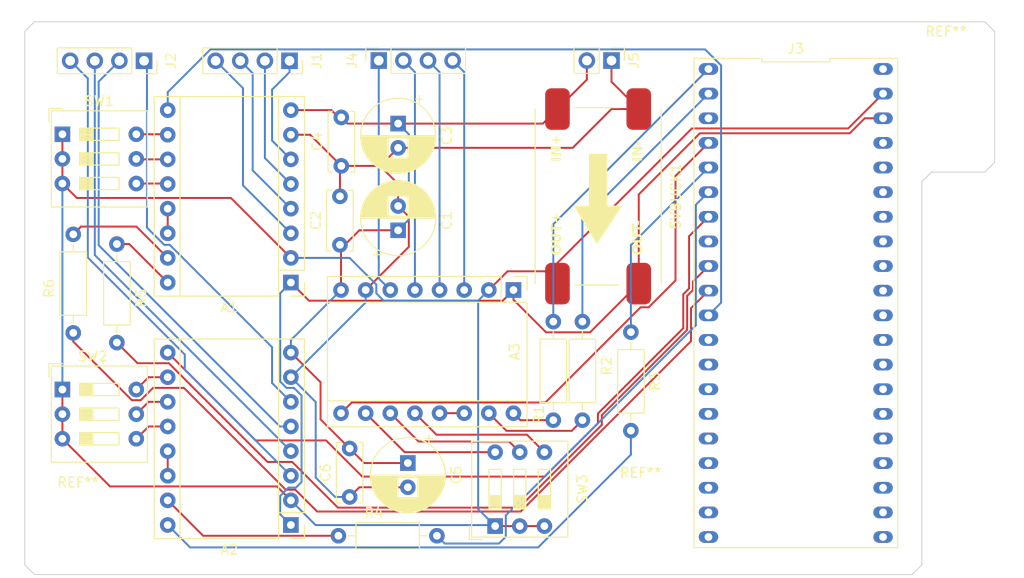
<source format=kicad_pcb>
(kicad_pcb (version 20240108) (generator "pcbnew") (generator_version "8.0")
  (layers (0 "F.Cu" signal) (31 "B.Cu" signal) (34 "B.Paste" user) (35 "F.Paste" user) (36 "B.SilkS" user "B.Silkscreen") (37 "F.SilkS" user "F.Silkscreen") (38 "B.Mask" user) (39 "F.Mask" user) (44 "Edge.Cuts" user))
  (net 0 "")
  (net 1 "5VGND")
  (net 2 "5V")
  (net 3 "12VGND")
  (net 4 "12V")
  (net 5 "unconnected-(A1-~{RESET}-Pad13)")
  (net 6 "Net-(A1-MS1)")
  (net 7 "Net-(A1-1B)")
  (net 8 "Net-(A1-MS2)")
  (net 9 "Net-(A1-STEP)")
  (net 10 "Net-(A1-2A)")
  (net 11 "Net-(A1-2B)")
  (net 12 "Net-(A1-1A)")
  (net 13 "Net-(A1-MS3)")
  (net 14 "Net-(A1-DIR)")
  (net 15 "Net-(A1-~{ENABLE})")
  (net 16 "Net-(A2-DIR)")
  (net 17 "unconnected-(A2-~{RESET}-Pad13)")
  (net 18 "Net-(A2-MS3)")
  (net 19 "Net-(A2-2A)")
  (net 20 "Net-(A2-~{ENABLE})")
  (net 21 "Net-(A2-STEP)")
  (net 22 "Net-(A2-MS2)")
  (net 23 "Net-(A2-2B)")
  (net 24 "Net-(A2-MS1)")
  (net 25 "Net-(A2-1A)")
  (net 26 "Net-(A2-1B)")
  (net 27 "unconnected-(A3-~{RESET}-Pad13)")
  (net 28 "Net-(A3-~{ENABLE})")
  (net 29 "Net-(A3-MS2)")
  (net 30 "Net-(A3-STEP)")
  (net 31 "Net-(A3-2A)")
  (net 32 "Net-(A3-MS3)")
  (net 33 "Net-(A3-2B)")
  (net 34 "Net-(A3-1A)")
  (net 35 "Net-(A3-MS1)")
  (net 36 "Net-(A3-DIR)")
  (net 37 "Net-(A3-1B)")
  (net 42 "Net-(J3-Pin_9)")
  (net 43 "Net-(J3-Pin_10)")
  (net 47 "Net-(J3-Pin_1)")
  (net 57 "Net-(J3-Pin_5)")
  (net 58 "Net-(J3-Pin_2)")
  (net 65 "Net-(J3-Pin_6)")
  (footprint "Capacitor_THT:CP_Radial_D7.5mm_P2.50mm" (layer "F.Cu") (at 119 74.5 -90)
    (property "Reference" "C3" (at 1.25 -5 90) (layer "F.SilkS"))
    (property "Value" "C_Polarized_Small")
    (pad "1" thru_hole rect (at 0 0 270) (size 1.6 1.6) (drill 0.8) (layers "*.Cu" "*.Mask") (net 4 "12V"))
    (pad "2" thru_hole circle (at 2.5 0 270) (size 1.6 1.6) (drill 0.8) (layers "*.Cu" "*.Mask") (net 3 "12VGND"))
  )
  (footprint "Connector_PinHeader_2.54mm:PinHeader_1x02_P2.54mm_Vertical" (layer "F.Cu") (at 141 68 -90)
    (property "Reference" "J5" (at 0 -2.33 90) (layer "F.SilkS"))
    (property "Value" "Conn_01x02_Pin")
    (pad "1" thru_hole rect (at 0 0 270) (size 1.7 1.7) (drill 1) (layers "*.Cu" "*.Mask") (net 3 "12VGND"))
    (pad "2" thru_hole oval (at 0 2.54 270) (size 1.7 1.7) (drill 1) (layers "*.Cu" "*.Mask") (net 4 "12V"))
  )
  (footprint "Capacitor_THT:CP_Radial_D7.5mm_P2.50mm" (layer "F.Cu") (at 120 109.5 -90)
    (property "Reference" "C5" (at 1.25 -5 90) (layer "F.SilkS"))
    (property "Value" "C_Polarized_Small")
    (pad "1" thru_hole rect (at 0 0 270) (size 1.6 1.6) (drill 0.8) (layers "*.Cu" "*.Mask") (net 4 "12V"))
    (pad "2" thru_hole circle (at 2.5 0 270) (size 1.6 1.6) (drill 0.8) (layers "*.Cu" "*.Mask") (net 3 "12VGND"))
  )
  (footprint "Connector_PinSocket_2.54mm:PinSocket_1x04_P2.54mm_Vertical" (layer "F.Cu") (at 117 68 90)
    (property "Reference" "J4" (at 0 -2.77 90) (layer "F.SilkS"))
    (property "Value" "Conn_01x04_Pin")
    (pad "1" thru_hole rect (at 0 0 90) (size 1.7 1.7) (drill 1) (layers "*.Cu" "*.Mask") (net 33 "Net-(A3-2B)"))
    (pad "2" thru_hole oval (at 0 2.54 90) (size 1.7 1.7) (drill 1) (layers "*.Cu" "*.Mask") (net 31 "Net-(A3-2A)"))
    (pad "3" thru_hole oval (at 0 5.08 90) (size 1.7 1.7) (drill 1) (layers "*.Cu" "*.Mask") (net 34 "Net-(A3-1A)"))
    (pad "4" thru_hole oval (at 0 7.62 90) (size 1.7 1.7) (drill 1) (layers "*.Cu" "*.Mask") (net 37 "Net-(A3-1B)"))
  )
  (footprint "Resistor_THT:R_Axial_DIN0207_L6.3mm_D2.5mm_P10.16mm_Horizontal" (layer "F.Cu") (at 135 105.08 90)
    (property "Reference" "R1" (at 0.58 -1.5 90) (layer "F.SilkS"))
    (property "Value" "R_Small")
    (pad "1" thru_hole circle (at 0 0 90) (size 1.6 1.6) (drill 0.8) (layers "*.Cu" "*.Mask") (net 36 "Net-(A3-DIR)"))
    (pad "2" thru_hole oval (at 10.16 0 90) (size 1.6 1.6) (drill 0.8) (layers "*.Cu" "*.Mask") (net 47 "Net-(J3-Pin_1)"))
  )
  (footprint "Connector_PinSocket_2.54mm:PinSocket_1x04_P2.54mm_Vertical" (layer "F.Cu") (at 107.8 68.025 -90)
    (property "Reference" "J1" (at 0 -2.77 90) (layer "F.SilkS"))
    (property "Value" "Conn_01x04_Pin")
    (pad "1" thru_hole rect (at 0 0 270) (size 1.7 1.7) (drill 1) (layers "*.Cu" "*.Mask") (net 11 "Net-(A1-2B)"))
    (pad "2" thru_hole oval (at 0 2.54 270) (size 1.7 1.7) (drill 1) (layers "*.Cu" "*.Mask") (net 10 "Net-(A1-2A)"))
    (pad "3" thru_hole oval (at 0 5.08 270) (size 1.7 1.7) (drill 1) (layers "*.Cu" "*.Mask") (net 12 "Net-(A1-1A)"))
    (pad "4" thru_hole oval (at 0 7.62 270) (size 1.7 1.7) (drill 1) (layers "*.Cu" "*.Mask") (net 7 "Net-(A1-1B)"))
  )
  (footprint "Resistor_THT:R_Axial_DIN0207_L6.3mm_D2.5mm_P10.16mm_Horizontal" (layer "F.Cu") (at 138 105.08 90)
    (property "Reference" "R2" (at 5.58 2.5 90) (layer "F.SilkS"))
    (property "Value" "R_Small")
    (pad "1" thru_hole circle (at 0 0 90) (size 1.6 1.6) (drill 0.8) (layers "*.Cu" "*.Mask") (net 30 "Net-(A3-STEP)"))
    (pad "2" thru_hole oval (at 10.16 0 90) (size 1.6 1.6) (drill 0.8) (layers "*.Cu" "*.Mask") (net 58 "Net-(J3-Pin_2)"))
  )
  (footprint "Capacitor_THT:C_Disc_D6.0mm_W2.5mm_P5.00mm" (layer "F.Cu") (at 114 113 90)
    (property "Reference" "C6" (at 2.5 -2.5 90) (layer "F.SilkS"))
    (property "Value" "C_Small")
    (pad "1" thru_hole circle (at 0 0 90) (size 1.6 1.6) (drill 0.8) (layers "*.Cu" "*.Mask") (net 3 "12VGND"))
    (pad "2" thru_hole circle (at 5 0 90) (size 1.6 1.6) (drill 0.8) (layers "*.Cu" "*.Mask") (net 4 "12V"))
  )
  (footprint "MountingHole:MountingHole_3.5mm" (layer "F.Cu") (at 86 116)
    (property "Reference" "REF**" (at 0 -4.5 0) (layer "F.SilkS"))
    (property "Value" "MountingHole_3.5mm")
    (pad "" np_thru_hole circle (at 0 0) (size 3.5 3.5) (drill 3.5) (layers "*.Cu" "*.Mask"))
  )
  (footprint "Resistor_THT:R_Axial_DIN0207_L6.3mm_D2.5mm_P10.16mm_Horizontal" (layer "F.Cu") (at 112.84 117)
    (property "Reference" "R4" (at 3.66 -2.37 0) (layer "F.SilkS"))
    (property "Value" "R_Small")
    (pad "1" thru_hole circle (at 0 0) (size 1.6 1.6) (drill 0.8) (layers "*.Cu" "*.Mask") (net 21 "Net-(A2-STEP)"))
    (pad "2" thru_hole oval (at 10.16 0) (size 1.6 1.6) (drill 0.8) (layers "*.Cu" "*.Mask") (net 65 "Net-(J3-Pin_6)"))
  )
  (footprint "Connector_PinSocket_2.54mm:PinSocket_1x04_P2.54mm_Vertical" (layer "F.Cu") (at 92.8 68.025 -90)
    (property "Reference" "J2" (at 0 -2.77 90) (layer "F.SilkS"))
    (property "Value" "Conn_01x04_Pin")
    (pad "1" thru_hole rect (at 0 0 270) (size 1.7 1.7) (drill 1) (layers "*.Cu" "*.Mask") (net 23 "Net-(A2-2B)"))
    (pad "2" thru_hole oval (at 0 2.54 270) (size 1.7 1.7) (drill 1) (layers "*.Cu" "*.Mask") (net 19 "Net-(A2-2A)"))
    (pad "3" thru_hole oval (at 0 5.08 270) (size 1.7 1.7) (drill 1) (layers "*.Cu" "*.Mask") (net 25 "Net-(A2-1A)"))
    (pad "4" thru_hole oval (at 0 7.62 270) (size 1.7 1.7) (drill 1) (layers "*.Cu" "*.Mask") (net 26 "Net-(A2-1B)"))
  )
  (footprint "Resistor_THT:R_Axial_DIN0207_L6.3mm_D2.5mm_P10.16mm_Horizontal" (layer "F.Cu") (at 85.5 85.92 -90)
    (property "Reference" "R6" (at 5.58 2.5 90) (layer "F.SilkS"))
    (property "Value" "R_Small")
    (pad "1" thru_hole circle (at 0 0 270) (size 1.6 1.6) (drill 0.8) (layers "*.Cu" "*.Mask") (net 9 "Net-(A1-STEP)"))
    (pad "2" thru_hole oval (at 10.16 0 270) (size 1.6 1.6) (drill 0.8) (layers "*.Cu" "*.Mask") (net 43 "Net-(J3-Pin_10)"))
  )
  (footprint "Button_Switch_THT:SW_DIP_SPSTx03_Slide_9.78x9.8mm_W7.62mm_P2.54mm" (layer "F.Cu") (at 129 116 90)
    (property "Reference" "SW3" (at 3.81 9 90) (layer "F.SilkS"))
    (property "Value" "SW_DIP_x03")
    (pad "1" thru_hole rect (at 0 0 90) (size 1.6 1.6) (drill 0.8) (layers "*.Cu" "*.Mask") (net 2 "5V"))
    (pad "2" thru_hole oval (at 0 2.54 90) (size 1.6 1.6) (drill 0.8) (layers "*.Cu" "*.Mask") (net 2 "5V"))
    (pad "3" thru_hole oval (at 0 5.08 90) (size 1.6 1.6) (drill 0.8) (layers "*.Cu" "*.Mask") (net 2 "5V"))
    (pad "4" thru_hole oval (at 7.62 5.08 90) (size 1.6 1.6) (drill 0.8) (layers "*.Cu" "*.Mask") (net 32 "Net-(A3-MS3)"))
    (pad "5" thru_hole oval (at 7.62 2.54 90) (size 1.6 1.6) (drill 0.8) (layers "*.Cu" "*.Mask") (net 29 "Net-(A3-MS2)"))
    (pad "6" thru_hole oval (at 7.62 0 90) (size 1.6 1.6) (drill 0.8) (layers "*.Cu" "*.Mask") (net 35 "Net-(A3-MS1)"))
  )
  (footprint "Capacitor_THT:C_Disc_D6.0mm_W2.5mm_P5.00mm" (layer "F.Cu") (at 113.14 78.862789 90)
    (property "Reference" "C4" (at 2.5 -2.5 90) (layer "F.SilkS"))
    (property "Value" "C_Small")
    (pad "1" thru_hole circle (at 0 0 90) (size 1.6 1.6) (drill 0.8) (layers "*.Cu" "*.Mask") (net 3 "12VGND"))
    (pad "2" thru_hole circle (at 5 0 90) (size 1.6 1.6) (drill 0.8) (layers "*.Cu" "*.Mask") (net 4 "12V"))
  )
  (footprint "Resistor_THT:R_Axial_DIN0207_L6.3mm_D2.5mm_P10.16mm_Horizontal" (layer "F.Cu") (at 90 97.08 90)
    (property "Reference" "R5" (at 4.58 2.5 90) (layer "F.SilkS"))
    (property "Value" "R_Small")
    (pad "1" thru_hole circle (at 0 0 90) (size 1.6 1.6) (drill 0.8) (layers "*.Cu" "*.Mask") (net 42 "Net-(J3-Pin_9)"))
    (pad "2" thru_hole oval (at 10.16 0 90) (size 1.6 1.6) (drill 0.8) (layers "*.Cu" "*.Mask") (net 14 "Net-(A1-DIR)"))
  )
  (footprint "Connector:DIP-40_709_ELL socket W18Pins W21" (layer "F.Cu") (at 160 93 -90)
    (property "Reference" "J3" (at -26.23 0 0) (layer "F.SilkS"))
    (property "Value" "Conn_02x20_Counter_Clockwise")
    (pad "1" thru_hole oval (at -24.13 9 270) (size 1.2 2) (drill 0.8) (layers "*.Cu" "*.Mask") (net 47 "Net-(J3-Pin_1)"))
    (pad "2" thru_hole oval (at -21.59 9 270) (size 1.2 2) (drill 0.8) (layers "*.Cu" "*.Mask") (net 58 "Net-(J3-Pin_2)"))
    (pad "3" thru_hole oval (at -19.05 9 270) (size 1.2 2) (drill 0.8) (layers "*.Cu" "*.Mask"))
    (pad "4" thru_hole oval (at -16.51 9 270) (size 1.2 2) (drill 0.8) (layers "*.Cu" "*.Mask") (net 28 "Net-(A3-~{ENABLE})"))
    (pad "5" thru_hole oval (at -13.97 9 270) (size 1.2 2) (drill 0.8) (layers "*.Cu" "*.Mask") (net 57 "Net-(J3-Pin_5)"))
    (pad "6" thru_hole oval (at -11.43 9 270) (size 1.2 2) (drill 0.8) (layers "*.Cu" "*.Mask") (net 65 "Net-(J3-Pin_6)"))
    (pad "7" thru_hole oval (at -8.89 9 270) (size 1.2 2) (drill 0.8) (layers "*.Cu" "*.Mask") (net 20 "Net-(A2-~{ENABLE})"))
    (pad "8" thru_hole oval (at -6.35 9 270) (size 1.2 2) (drill 0.8) (layers "*.Cu" "*.Mask"))
    (pad "9" thru_hole oval (at -3.81 9 270) (size 1.2 2) (drill 0.8) (layers "*.Cu" "*.Mask") (net 42 "Net-(J3-Pin_9)"))
    (pad "10" thru_hole oval (at -1.27 9 270) (size 1.2 2) (drill 0.8) (layers "*.Cu" "*.Mask") (net 43 "Net-(J3-Pin_10)"))
    (pad "11" thru_hole oval (at 1.27 9 270) (size 1.2 2) (drill 0.8) (layers "*.Cu" "*.Mask") (net 15 "Net-(A1-~{ENABLE})"))
    (pad "12" thru_hole oval (at 3.81 9 270) (size 1.2 2) (drill 0.8) (layers "*.Cu" "*.Mask"))
    (pad "13" thru_hole oval (at 6.35 9 270) (size 1.2 2) (drill 0.8) (layers "*.Cu" "*.Mask"))
    (pad "14" thru_hole oval (at 8.89 9 270) (size 1.2 2) (drill 0.8) (layers "*.Cu" "*.Mask"))
    (pad "15" thru_hole oval (at 11.43 9 270) (size 1.2 2) (drill 0.8) (layers "*.Cu" "*.Mask"))
    (pad "16" thru_hole oval (at 13.97 9 270) (size 1.2 2) (drill 0.8) (layers "*.Cu" "*.Mask"))
    (pad "17" thru_hole oval (at 16.51 9 270) (size 1.2 2) (drill 0.8) (layers "*.Cu" "*.Mask"))
    (pad "18" thru_hole oval (at 19.05 9 270) (size 1.2 2) (drill 0.8) (layers "*.Cu" "*.Mask"))
    (pad "19" thru_hole oval (at 21.59 9 270) (size 1.2 2) (drill 0.8) (layers "*.Cu" "*.Mask"))
    (pad "20" thru_hole oval (at 24.13 9 270) (size 1.2 2) (drill 0.8) (layers "*.Cu" "*.Mask"))
    (pad "21" thru_hole oval (at 24.13 -9 270) (size 1.2 2) (drill 0.8) (layers "*.Cu" "*.Mask"))
    (pad "22" thru_hole oval (at 21.59 -9 270) (size 1.2 2) (drill 0.8) (layers "*.Cu" "*.Mask"))
    (pad "23" thru_hole oval (at 19.05 -9 270) (size 1.2 2) (drill 0.8) (layers "*.Cu" "*.Mask"))
    (pad "24" thru_hole oval (at 16.51 -9 270) (size 1.2 2) (drill 0.8) (layers "*.Cu" "*.Mask"))
    (pad "25" thru_hole oval (at 13.97 -9 270) (size 1.2 2) (drill 0.8) (layers "*.Cu" "*.Mask"))
    (pad "26" thru_hole oval (at 11.43 -9 270) (size 1.2 2) (drill 0.8) (layers "*.Cu" "*.Mask"))
    (pad "27" thru_hole oval (at 8.89 -9 270) (size 1.2 2) (drill 0.8) (layers "*.Cu" "*.Mask"))
    (pad "28" thru_hole oval (at 6.35 -9 270) (size 1.2 2) (drill 0.8) (layers "*.Cu" "*.Mask"))
    (pad "29" thru_hole oval (at 3.81 -9 270) (size 1.2 2) (drill 0.8) (layers "*.Cu" "*.Mask"))
    (pad "30" thru_hole oval (at 1.27 -9 270) (size 1.2 2) (drill 0.8) (layers "*.Cu" "*.Mask"))
    (pad "31" thru_hole oval (at -1.27 -9 270) (size 1.2 2) (drill 0.8) (layers "*.Cu" "*.Mask"))
    (pad "32" thru_hole oval (at -3.81 -9 270) (size 1.2 2) (drill 0.8) (layers "*.Cu" "*.Mask"))
    (pad "33" thru_hole oval (at -6.35 -9 270) (size 1.2 2) (drill 0.8) (layers "*.Cu" "*.Mask"))
    (pad "34" thru_hole oval (at -8.89 -9 270) (size 1.2 2) (drill 0.8) (layers "*.Cu" "*.Mask"))
    (pad "35" thru_hole oval (at -11.43 -9 270) (size 1.2 2) (drill 0.8) (layers "*.Cu" "*.Mask"))
    (pad "36" thru_hole oval (at -13.97 -9 270) (size 1.2 2) (drill 0.8) (layers "*.Cu" "*.Mask"))
    (pad "37" thru_hole oval (at -16.51 -9 270) (size 1.2 2) (drill 0.8) (layers "*.Cu" "*.Mask"))
    (pad "38" thru_hole oval (at -19.05 -9 270) (size 1.2 2) (drill 0.8) (layers "*.Cu" "*.Mask") (net 1 "5VGND"))
    (pad "39" thru_hole oval (at -21.59 -9 270) (size 1.2 2) (drill 0.8) (layers "*.Cu" "*.Mask") (net 2 "5V"))
    (pad "40" thru_hole oval (at -24.13 -9 270) (size 1.2 2) (drill 0.8) (layers "*.Cu" "*.Mask"))
  )
  (footprint "Capacitor_THT:C_Disc_D6.0mm_W2.5mm_P5.00mm" (layer "F.Cu") (at 113 82 -90)
    (property "Reference" "C2" (at 2.5 2.5 90) (layer "F.SilkS"))
    (property "Value" "C_Small")
    (pad "1" thru_hole circle (at 0 0 270) (size 1.6 1.6) (drill 0.8) (layers "*.Cu" "*.Mask") (net 3 "12VGND"))
    (pad "2" thru_hole circle (at 5 0 270) (size 1.6 1.6) (drill 0.8) (layers "*.Cu" "*.Mask") (net 4 "12V"))
  )
  (footprint "Module:Pololu_Breakout-16_15.2x20.3mm" (layer "F.Cu") (at 107.94 115.89 180)
    (property "Reference" "A2" (at 6.35 -2.54 0) (layer "F.SilkS"))
    (property "Value" "Pololu_Breakout_A4988")
    (pad "1" thru_hole rect (at 0 0 180) (size 1.6 1.6) (drill 0.8) (layers "*.Cu" "*.Mask") (net 1 "5VGND"))
    (pad "2" thru_hole oval (at 0 2.54 180) (size 1.6 1.6) (drill 0.8) (layers "*.Cu" "*.Mask") (net 2 "5V"))
    (pad "3" thru_hole oval (at 0 5.08 180) (size 1.6 1.6) (drill 0.8) (layers "*.Cu" "*.Mask") (net 26 "Net-(A2-1B)"))
    (pad "4" thru_hole oval (at 0 7.62 180) (size 1.6 1.6) (drill 0.8) (layers "*.Cu" "*.Mask") (net 25 "Net-(A2-1A)"))
    (pad "5" thru_hole oval (at 0 10.16 180) (size 1.6 1.6) (drill 0.8) (layers "*.Cu" "*.Mask") (net 19 "Net-(A2-2A)"))
    (pad "6" thru_hole oval (at 0 12.7 180) (size 1.6 1.6) (drill 0.8) (layers "*.Cu" "*.Mask") (net 23 "Net-(A2-2B)"))
    (pad "7" thru_hole oval (at 0 15.24 180) (size 1.6 1.6) (drill 0.8) (layers "*.Cu" "*.Mask") (net 3 "12VGND"))
    (pad "8" thru_hole oval (at 0 17.78 180) (size 1.6 1.6) (drill 0.8) (layers "*.Cu" "*.Mask") (net 4 "12V"))
    (pad "9" thru_hole oval (at 12.7 17.78 180) (size 1.6 1.6) (drill 0.8) (layers "*.Cu" "*.Mask") (net 20 "Net-(A2-~{ENABLE})"))
    (pad "10" thru_hole oval (at 12.7 15.24 180) (size 1.6 1.6) (drill 0.8) (layers "*.Cu" "*.Mask") (net 24 "Net-(A2-MS1)"))
    (pad "11" thru_hole oval (at 12.7 12.7 180) (size 1.6 1.6) (drill 0.8) (layers "*.Cu" "*.Mask") (net 22 "Net-(A2-MS2)"))
    (pad "12" thru_hole oval (at 12.7 10.16 180) (size 1.6 1.6) (drill 0.8) (layers "*.Cu" "*.Mask") (net 18 "Net-(A2-MS3)"))
    (pad "13" thru_hole oval (at 12.7 7.62 180) (size 1.6 1.6) (drill 0.8) (layers "*.Cu" "*.Mask") (net 17 "unconnected-(A2-~{RESET}-Pad13)"))
    (pad "14" thru_hole oval (at 12.7 5.08 180) (size 1.6 1.6) (drill 0.8) (layers "*.Cu" "*.Mask") (net 17 "unconnected-(A2-~{RESET}-Pad13)"))
    (pad "15" thru_hole oval (at 12.7 2.54 180) (size 1.6 1.6) (drill 0.8) (layers "*.Cu" "*.Mask") (net 21 "Net-(A2-STEP)"))
    (pad "16" thru_hole oval (at 12.7 0 180) (size 1.6 1.6) (drill 0.8) (layers "*.Cu" "*.Mask") (net 16 "Net-(A2-DIR)"))
  )
  (footprint "Module:Pololu_Breakout-16_15.2x20.3mm" (layer "F.Cu") (at 107.94 90.89 180)
    (property "Reference" "A1" (at 6.35 -2.54 0) (layer "F.SilkS"))
    (property "Value" "Pololu_Breakout_A4988")
    (pad "1" thru_hole rect (at 0 0 180) (size 1.6 1.6) (drill 0.8) (layers "*.Cu" "*.Mask") (net 1 "5VGND"))
    (pad "2" thru_hole oval (at 0 2.54 180) (size 1.6 1.6) (drill 0.8) (layers "*.Cu" "*.Mask") (net 2 "5V"))
    (pad "3" thru_hole oval (at 0 5.08 180) (size 1.6 1.6) (drill 0.8) (layers "*.Cu" "*.Mask") (net 7 "Net-(A1-1B)"))
    (pad "4" thru_hole oval (at 0 7.62 180) (size 1.6 1.6) (drill 0.8) (layers "*.Cu" "*.Mask") (net 12 "Net-(A1-1A)"))
    (pad "5" thru_hole oval (at 0 10.16 180) (size 1.6 1.6) (drill 0.8) (layers "*.Cu" "*.Mask") (net 10 "Net-(A1-2A)"))
    (pad "6" thru_hole oval (at 0 12.7 180) (size 1.6 1.6) (drill 0.8) (layers "*.Cu" "*.Mask") (net 11 "Net-(A1-2B)"))
    (pad "7" thru_hole oval (at 0 15.24 180) (size 1.6 1.6) (drill 0.8) (layers "*.Cu" "*.Mask") (net 3 "12VGND"))
    (pad "8" thru_hole oval (at 0 17.78 180) (size 1.6 1.6) (drill 0.8) (layers "*.Cu" "*.Mask") (net 4 "12V"))
    (pad "9" thru_hole oval (at 12.7 17.78 180) (size 1.6 1.6) (drill 0.8) (layers "*.Cu" "*.Mask") (net 15 "Net-(A1-~{ENABLE})"))
    (pad "10" thru_hole oval (at 12.7 15.24 180) (size 1.6 1.6) (drill 0.8) (layers "*.Cu" "*.Mask") (net 6 "Net-(A1-MS1)"))
    (pad "11" thru_hole oval (at 12.7 12.7 180) (size 1.6 1.6) (drill 0.8) (layers "*.Cu" "*.Mask") (net 8 "Net-(A1-MS2)"))
    (pad "12" thru_hole oval (at 12.7 10.16 180) (size 1.6 1.6) (drill 0.8) (layers "*.Cu" "*.Mask") (net 13 "Net-(A1-MS3)"))
    (pad "13" thru_hole oval (at 12.7 7.62 180) (size 1.6 1.6) (drill 0.8) (layers "*.Cu" "*.Mask") (net 5 "unconnected-(A1-~{RESET}-Pad13)"))
    (pad "14" thru_hole oval (at 12.7 5.08 180) (size 1.6 1.6) (drill 0.8) (layers "*.Cu" "*.Mask") (net 5 "unconnected-(A1-~{RESET}-Pad13)"))
    (pad "15" thru_hole oval (at 12.7 2.54 180) (size 1.6 1.6) (drill 0.8) (layers "*.Cu" "*.Mask") (net 9 "Net-(A1-STEP)"))
    (pad "16" thru_hole oval (at 12.7 0 180) (size 1.6 1.6) (drill 0.8) (layers "*.Cu" "*.Mask") (net 14 "Net-(A1-DIR)"))
  )
  (footprint "Button_Switch_THT:SW_DIP_SPSTx03_Slide_9.78x9.8mm_W7.62mm_P2.54mm" (layer "F.Cu") (at 84.38 101.92)
    (property "Reference" "SW2" (at 3.12 -3.42 0) (layer "F.SilkS"))
    (property "Value" "SW_DIP_x03")
    (pad "1" thru_hole rect (at 0 0) (size 1.6 1.6) (drill 0.8) (layers "*.Cu" "*.Mask") (net 2 "5V"))
    (pad "2" thru_hole oval (at 0 2.54) (size 1.6 1.6) (drill 0.8) (layers "*.Cu" "*.Mask") (net 2 "5V"))
    (pad "3" thru_hole oval (at 0 5.08) (size 1.6 1.6) (drill 0.8) (layers "*.Cu" "*.Mask") (net 2 "5V"))
    (pad "4" thru_hole oval (at 7.62 5.08) (size 1.6 1.6) (drill 0.8) (layers "*.Cu" "*.Mask") (net 18 "Net-(A2-MS3)"))
    (pad "5" thru_hole oval (at 7.62 2.54) (size 1.6 1.6) (drill 0.8) (layers "*.Cu" "*.Mask") (net 22 "Net-(A2-MS2)"))
    (pad "6" thru_hole oval (at 7.62 0) (size 1.6 1.6) (drill 0.8) (layers "*.Cu" "*.Mask") (net 24 "Net-(A2-MS1)"))
  )
  (footprint "Library:BUCK Converter 5-30V 5V 3A smd" (layer "F.Cu") (at 140 82 90)
    (property "Reference" "5VBUCK1" (at 0 7.628 90) (layer "F.SilkS"))
    (property "Value" "~")
    (fp_text user "OUT+" (at -6.096 -4.064 90) (layer "F.SilkS") (effects (font (thickness 0.2) (bold yes)) (justify left bottom)))
    (fp_text user "IN-" (at 3.556 4.318 90) (layer "F.SilkS") (effects (font (thickness 0.2) (bold yes)) (justify left bottom)))
    (fp_text user "OUT-" (at -6.096 4.318 90) (layer "F.SilkS") (effects (font (thickness 0.2) (bold yes)) (justify left bottom)))
    (fp_text user "IN+" (at 3.556 -4.064 90) (layer "F.SilkS") (effects (font (thickness 0.2) (bold yes)) (justify left bottom)))
    (pad "0" smd roundrect (at -9 -4.572 90) (size 4.286 2.54) (layers "F.Cu" "F.Paste" "F.Mask") (net 2 "5V"))
    (pad "1" smd roundrect (at -9 3.81 90) (size 4.286 2.54) (layers "F.Cu" "F.Paste" "F.Mask") (net 1 "5VGND"))
    (pad "2" smd roundrect (at 9 -4.572 90) (size 4.286 2.54) (layers "F.Cu" "F.Paste" "F.Mask") (net 4 "12V"))
    (pad "3" smd roundrect (at 9 3.81 90) (size 4.286 2.54) (layers "F.Cu" "F.Paste" "F.Mask") (net 3 "12VGND"))
  )
  (footprint "Resistor_THT:R_Axial_DIN0207_L6.3mm_D2.5mm_P10.16mm_Horizontal" (layer "F.Cu") (at 143 106.16 90)
    (property "Reference" "R3" (at 5.08 2.5 90) (layer "F.SilkS"))
    (property "Value" "R_Small")
    (pad "1" thru_hole circle (at 0 0 90) (size 1.6 1.6) (drill 0.8) (layers "*.Cu" "*.Mask") (net 16 "Net-(A2-DIR)"))
    (pad "2" thru_hole oval (at 10.16 0 90) (size 1.6 1.6) (drill 0.8) (layers "*.Cu" "*.Mask") (net 57 "Net-(J3-Pin_5)"))
  )
  (footprint "Capacitor_THT:CP_Radial_D7.5mm_P2.50mm" (layer "F.Cu") (at 119 85.5 90)
    (property "Reference" "C1" (at 1 5 90) (layer "F.SilkS"))
    (property "Value" "C_Polarized_Small")
    (pad "1" thru_hole rect (at 0 0 90) (size 1.6 1.6) (drill 0.8) (layers "*.Cu" "*.Mask") (net 4 "12V"))
    (pad "2" thru_hole circle (at 2.5 0 90) (size 1.6 1.6) (drill 0.8) (layers "*.Cu" "*.Mask") (net 3 "12VGND"))
  )
  (footprint "MountingHole:MountingHole_3.5mm" (layer "F.Cu") (at 144 115)
    (property "Reference" "REF**" (at 0 -4.5 0) (layer "F.SilkS"))
    (property "Value" "MountingHole_3.5mm")
    (pad "" np_thru_hole circle (at 0 0) (size 3.5 3.5) (drill 3.5) (layers "*.Cu" "*.Mask"))
  )
  (footprint "Button_Switch_THT:SW_DIP_SPSTx03_Slide_9.78x9.8mm_W7.62mm_P2.54mm" (layer "F.Cu") (at 84.38 75.601)
    (property "Reference" "SW1" (at 3.81 -3.42 0) (layer "F.SilkS"))
    (property "Value" "SW_DIP_x03")
    (pad "1" thru_hole rect (at 0 0) (size 1.6 1.6) (drill 0.8) (layers "*.Cu" "*.Mask") (net 2 "5V"))
    (pad "2" thru_hole oval (at 0 2.54) (size 1.6 1.6) (drill 0.8) (layers "*.Cu" "*.Mask") (net 2 "5V"))
    (pad "3" thru_hole oval (at 0 5.08) (size 1.6 1.6) (drill 0.8) (layers "*.Cu" "*.Mask") (net 2 "5V"))
    (pad "4" thru_hole oval (at 7.62 5.08) (size 1.6 1.6) (drill 0.8) (layers "*.Cu" "*.Mask") (net 13 "Net-(A1-MS3)"))
    (pad "5" thru_hole oval (at 7.62 2.54) (size 1.6 1.6) (drill 0.8) (layers "*.Cu" "*.Mask") (net 8 "Net-(A1-MS2)"))
    (pad "6" thru_hole oval (at 7.62 0) (size 1.6 1.6) (drill 0.8) (layers "*.Cu" "*.Mask") (net 6 "Net-(A1-MS1)"))
  )
  (footprint "MountingHole:MountingHole_3.5mm" (layer "F.Cu") (at 175.5 69.5)
    (property "Reference" "REF**" (at 0 -4.5 0) (layer "F.SilkS"))
    (property "Value" "MountingHole_3.5mm")
    (pad "" np_thru_hole circle (at 0 0) (size 3.5 3.5) (drill 3.5) (layers "*.Cu" "*.Mask"))
  )
  (footprint "Module:Pololu_Breakout-16_15.2x20.3mm" (layer "F.Cu") (at 130.89 91.66 -90)
    (property "Reference" "A3" (at 6.34 -0.11 90) (layer "F.SilkS"))
    (property "Value" "Pololu_Breakout_A4988")
    (pad "1" thru_hole rect (at 0 0 270) (size 1.6 1.6) (drill 0.8) (layers "*.Cu" "*.Mask") (net 1 "5VGND"))
    (pad "2" thru_hole oval (at 0 2.54 270) (size 1.6 1.6) (drill 0.8) (layers "*.Cu" "*.Mask") (net 2 "5V"))
    (pad "3" thru_hole oval (at 0 5.08 270) (size 1.6 1.6) (drill 0.8) (layers "*.Cu" "*.Mask") (net 37 "Net-(A3-1B)"))
    (pad "4" thru_hole oval (at 0 7.62 270) (size 1.6 1.6) (drill 0.8) (layers "*.Cu" "*.Mask") (net 34 "Net-(A3-1A)"))
    (pad "5" thru_hole oval (at 0 10.16 270) (size 1.6 1.6) (drill 0.8) (layers "*.Cu" "*.Mask") (net 31 "Net-(A3-2A)"))
    (pad "6" thru_hole oval (at 0 12.7 270) (size 1.6 1.6) (drill 0.8) (layers "*.Cu" "*.Mask") (net 33 "Net-(A3-2B)"))
    (pad "7" thru_hole oval (at 0 15.24 270) (size 1.6 1.6) (drill 0.8) (layers "*.Cu" "*.Mask") (net 3 "12VGND"))
    (pad "8" thru_hole oval (at 0 17.78 270) (size 1.6 1.6) (drill 0.8) (layers "*.Cu" "*.Mask") (net 4 "12V"))
    (pad "9" thru_hole oval (at 12.7 17.78 270) (size 1.6 1.6) (drill 0.8) (layers "*.Cu" "*.Mask") (net 28 "Net-(A3-~{ENABLE})"))
    (pad "10" thru_hole oval (at 12.7 15.24 270) (size 1.6 1.6) (drill 0.8) (layers "*.Cu" "*.Mask") (net 35 "Net-(A3-MS1)"))
    (pad "11" thru_hole oval (at 12.7 12.7 270) (size 1.6 1.6) (drill 0.8) (layers "*.Cu" "*.Mask") (net 29 "Net-(A3-MS2)"))
    (pad "12" thru_hole oval (at 12.7 10.16 270) (size 1.6 1.6) (drill 0.8) (layers "*.Cu" "*.Mask") (net 32 "Net-(A3-MS3)"))
    (pad "13" thru_hole oval (at 12.7 7.62 270) (size 1.6 1.6) (drill 0.8) (layers "*.Cu" "*.Mask") (net 27 "unconnected-(A3-~{RESET}-Pad13)"))
    (pad "14" thru_hole oval (at 12.7 5.08 270) (size 1.6 1.6) (drill 0.8) (layers "*.Cu" "*.Mask") (net 27 "unconnected-(A3-~{RESET}-Pad13)"))
    (pad "15" thru_hole oval (at 12.7 2.54 270) (size 1.6 1.6) (drill 0.8) (layers "*.Cu" "*.Mask") (net 30 "Net-(A3-STEP)"))
    (pad "16" thru_hole oval (at 12.7 0 270) (size 1.6 1.6) (drill 0.8) (layers "*.Cu" "*.Mask") (net 36 "Net-(A3-DIR)"))
  )
  (gr_line (start 180.5 65) (end 180.5 78.5) (stroke (width 0.1)) (layer "Edge.Cuts"))
  (gr_line (start 173 120) (end 173 80.5) (stroke (width 0.1)) (layer "Edge.Cuts"))
  (gr_line (start 179.5 79.5) (end 174 79.5) (stroke (width 0.1)) (layer "Edge.Cuts"))
  (gr_line (start 80.5 120) (end 80.5 65) (stroke (width 0.1)) (layer "Edge.Cuts"))
  (gr_line (start 180.5 78.5) (end 179.5 79.5) (stroke (width 0.1)) (layer "Edge.Cuts"))
  (gr_line (start 172 121) (end 173 120) (stroke (width 0.1)) (layer "Edge.Cuts"))
  (gr_line (start 179.5 64) (end 81.5 64) (stroke (width 0.1)) (layer "Edge.Cuts"))
  (gr_line (start 81.5 121) (end 172 121) (stroke (width 0.1)) (layer "Edge.Cuts"))
  (gr_line (start 180.5 65) (end 179.5 64) (stroke (width 0.1)) (layer "Edge.Cuts"))
  (gr_line (start 80.5 65) (end 81.5 64) (stroke (width 0.1)) (layer "Edge.Cuts"))
  (gr_line (start 80.5 120) (end 81.5 121) (stroke (width 0.1)) (layer "Edge.Cuts"))
  (gr_line (start 173 80.5) (end 174 79.5) (stroke (width 0.1)) (layer "Edge.Cuts"))
  (segment (start 167.11 73.95) (end 165.56 75.5) (width 0.2) (layer "F.Cu") (net 1))
  (segment (start 143.81 81.8) (end 143.81 91) (width 0.2) (layer "F.Cu") (net 1))
  (segment (start 130.89 92.66) (end 134.25 96.02) (width 0.2) (layer "F.Cu") (net 1))
  (segment (start 107.94 90.89) (end 109.81 92.76) (width 0.2) (layer "F.Cu") (net 1))
  (segment (start 130.89 91.66) (end 130.89 92.66) (width 0.2) (layer "F.Cu") (net 1))
  (segment (start 134.25 96.02) (end 138.79 96.02) (width 0.2) (layer "F.Cu") (net 1))
  (segment (start 109.81 92.76) (end 129.79 92.76) (width 0.2) (layer "F.Cu") (net 1))
  (segment (start 138.79 96.02) (end 143.81 91) (width 0.2) (layer "F.Cu") (net 1))
  (segment (start 165.56 75.5) (end 150.11 75.5) (width 0.2) (layer "F.Cu") (net 1))
  (segment (start 129.79 92.76) (end 130.89 91.66) (width 0.2) (layer "F.Cu") (net 1))
  (segment (start 169 73.95) (end 167.11 73.95) (width 0.2) (layer "F.Cu") (net 1))
  (segment (start 150.11 75.5) (end 143.81 81.8) (width 0.2) (layer "F.Cu") (net 1))
  (segment (start 106.84 114.79) (end 106.84 112.894365) (width 0.2) (layer "B.Cu") (net 1))
  (segment (start 108.25 101.75) (end 107.484365 101.75) (width 0.2) (layer "B.Cu") (net 1))
  (segment (start 106.84 101.105635) (end 106.84 91.99) (width 0.2) (layer "B.Cu") (net 1))
  (segment (start 107.94 115.89) (end 106.84 114.79) (width 0.2) (layer "B.Cu") (net 1))
  (segment (start 109.04 111.46) (end 109.04 102.54) (width 0.2) (layer "B.Cu") (net 1))
  (segment (start 106.84 112.894365) (end 107.701522 112.032843) (width 0.2) (layer "B.Cu") (net 1))
  (segment (start 106.84 91.99) (end 107.94 90.89) (width 0.2) (layer "B.Cu") (net 1))
  (segment (start 109.04 102.54) (end 108.25 101.75) (width 0.2) (layer "B.Cu") (net 1))
  (segment (start 107.701522 112.032843) (end 108.467157 112.032843) (width 0.2) (layer "B.Cu") (net 1))
  (segment (start 108.467157 112.032843) (end 109.04 111.46) (width 0.2) (layer "B.Cu") (net 1))
  (segment (start 107.484365 101.75) (end 106.84 101.105635) (width 0.2) (layer "B.Cu") (net 1))
  (segment (start 84.38 80.681) (end 84.38 78.141) (width 0.2) (layer "F.Cu") (net 2))
  (segment (start 84.38 80.681) (end 85.869 82.17) (width 0.2) (layer "F.Cu") (net 2))
  (segment (start 84.38 101.92) (end 84.38 104.46) (width 0.2) (layer "F.Cu") (net 2))
  (segment (start 84.38 107) (end 89.29 111.91) (width 0.2) (layer "F.Cu") (net 2))
  (segment (start 135.428 91) (end 135.428 88.857) (width 0.2) (layer "F.Cu") (net 2))
  (segment (start 84.38 107) (end 84.38 104.46) (width 0.2) (layer "F.Cu") (net 2))
  (segment (start 85.869 82.17) (end 101.76 82.17) (width 0.2) (layer "F.Cu") (net 2))
  (segment (start 134.08 116) (end 131.54 116) (width 0.2) (layer "F.Cu") (net 2))
  (segment (start 130.28 89.73) (end 128.35 91.66) (width 0.2) (layer "F.Cu") (net 2))
  (segment (start 135.428 91) (end 134.158 89.73) (width 0.2) (layer "F.Cu") (net 2))
  (segment (start 129 116) (end 131.54 116) (width 0.2) (layer "F.Cu") (net 2))
  (segment (start 134.158 89.73) (end 130.28 89.73) (width 0.2) (layer "F.Cu") (net 2))
  (segment (start 165.41 75) (end 169 71.41) (width 0.2) (layer "F.Cu") (net 2))
  (segment (start 84.38 75.601) (end 84.38 78.141) (width 0.2) (layer "F.Cu") (net 2))
  (segment (start 89.29 111.91) (end 106.5 111.91) (width 0.2) (layer "F.Cu") (net 2))
  (segment (start 135.428 88.857) (end 149.285 75) (width 0.2) (layer "F.Cu") (net 2))
  (segment (start 149.285 75) (end 165.41 75) (width 0.2) (layer "F.Cu") (net 2))
  (segment (start 101.76 82.17) (end 107.94 88.35) (width 0.2) (layer "F.Cu") (net 2))
  (segment (start 106.5 111.91) (end 107.94 113.35) (width 0.2) (layer "F.Cu") (net 2))
  (segment (start 110.49 115.9) (end 107.94 113.35) (width 0.2) (layer "B.Cu") (net 2))
  (segment (start 128.35 91.66) (end 127.25 92.76) (width 0.2) (layer "B.Cu") (net 2))
  (segment (start 129 116) (end 128.9 115.9) (width 0.2) (layer "B.Cu") (net 2))
  (segment (start 120.24 92.76) (end 117.51 92.76) (width 0.2) (layer "B.Cu") (net 2))
  (segment (start 120.25 92.75) (end 120.24 92.76) (width 0.2) (layer "B.Cu") (net 2))
  (segment (start 84.38 101.92) (end 84.38 80.681) (width 0.2) (layer "B.Cu") (net 2))
  (segment (start 127.25 92.76) (end 120.26 92.76) (width 0.2) (layer "B.Cu") (net 2))
  (segment (start 120.26 92.76) (end 120.25 92.75) (width 0.2) (layer "B.Cu") (net 2))
  (segment (start 129 116) (end 127.25 114.25) (width 0.2) (layer "B.Cu") (net 2))
  (segment (start 114 88.35) (end 107.94 88.35) (width 0.2) (layer "B.Cu") (net 2))
  (segment (start 128.9 115.9) (end 110.49 115.9) (width 0.2) (layer "B.Cu") (net 2))
  (segment (start 116.75 91.1) (end 114 88.35) (width 0.2) (layer "B.Cu") (net 2))
  (segment (start 127.25 114.25) (end 127.25 92.76) (width 0.2) (layer "B.Cu") (net 2))
  (segment (start 117.51 92.76) (end 116.75 92) (width 0.2) (layer "B.Cu") (net 2))
  (segment (start 116.75 92) (end 116.75 91.1) (width 0.2) (layer "B.Cu") (net 2))
  (segment (start 120 112) (end 115 112) (width 0.2) (layer "F.Cu") (net 3))
  (segment (start 115 112) (end 114 113) (width 0.2) (layer "F.Cu") (net 3))
  (segment (start 119 80.725578) (end 117.137211 78.862789) (width 0.2) (layer "F.Cu") (net 3))
  (segment (start 120.1 84.1) (end 119 83) (width 0.2) (layer "F.Cu") (net 3))
  (segment (start 141 70.19) (end 143.81 73) (width 0.2) (layer "F.Cu") (net 3))
  (segment (start 137 77) (end 119 77) (width 0.2) (layer "F.Cu") (net 3))
  (segment (start 113.137211 78.862789) (end 109.924422 75.65) (width 0.2) (layer "F.Cu") (net 3))
  (segment (start 141 68) (end 141 70.19) (width 0.2) (layer "F.Cu") (net 3))
  (segment (start 120.1 87.21) (end 120.1 84.1) (width 0.2) (layer "F.Cu") (net 3))
  (segment (start 113.14 78.862789) (end 113.137211 78.862789) (width 0.2) (layer "F.Cu") (net 3))
  (segment (start 141 73) (end 137 77) (width 0.2) (layer "F.Cu") (net 3))
  (segment (start 143.81 73) (end 141 73) (width 0.2) (layer "F.Cu") (net 3))
  (segment (start 117.137211 78.862789) (end 113.14 78.862789) (width 0.2) (layer "F.Cu") (net 3))
  (segment (start 115.65 91.66) (end 120.1 87.21) (width 0.2) (layer "F.Cu") (net 3))
  (segment (start 113 79.002789) (end 113.14 78.862789) (width 0.2) (layer "F.Cu") (net 3))
  (segment (start 119 83) (end 119 80.725578) (width 0.2) (layer "F.Cu") (net 3))
  (segment (start 109.924422 75.65) (end 107.94 75.65) (width 0.2) (layer "F.Cu") (net 3))
  (segment (start 113 82) (end 113 79.002789) (width 0.2) (layer "F.Cu") (net 3))
  (segment (start 119 77) (end 117.137211 78.862789) (width 0.2) (layer "F.Cu") (net 3))
  (segment (start 110.5 103.21) (end 107.94 100.65) (width 0.2) (layer "B.Cu") (net 3))
  (segment (start 110.5 111) (end 110.5 103.21) (width 0.2) (layer "B.Cu") (net 3))
  (segment (start 114 113) (end 112.5 113) (width 0.2) (layer "B.Cu") (net 3))
  (segment (start 107.94 100.65) (end 115.65 92.94) (width 0.2) (layer "B.Cu") (net 3))
  (segment (start 115.65 92.94) (end 115.65 91.66) (width 0.2) (layer "B.Cu") (net 3))
  (segment (start 112.5 113) (end 110.5 111) (width 0.2) (layer "B.Cu") (net 3))
  (segment (start 115 85.5) (end 119 85.5) (width 0.2) (layer "F.Cu") (net 4))
  (segment (start 119 74.5) (end 113.777211 74.5) (width 0.2) (layer "F.Cu") (net 4))
  (segment (start 113.11 87.11) (end 113 87) (width 0.2) (layer "F.Cu") (net 4))
  (segment (start 113.14 73.862789) (end 112.862789 73.862789) (width 0.2) (layer "F.Cu") (net 4))
  (segment (start 133.928 74.5) (end 135.428 73) (width 0.2) (layer "F.Cu") (net 4))
  (segment (start 111 101.17) (end 107.94 98.11) (width 0.2) (layer "F.Cu") (net 4))
  (segment (start 138.46 68) (end 138.46 69.968) (width 0.2) (layer "F.Cu") (net 4))
  (segment (start 111 105) (end 111 101.17) (width 0.2) (layer "F.Cu") (net 4))
  (segment (start 120 109.5) (end 115.5 109.5) (width 0.2) (layer "F.Cu") (net 4))
  (segment (start 113.777211 74.5) (end 113.14 73.862789) (width 0.2) (layer "F.Cu") (net 4))
  (segment (start 112.11 73.11) (end 107.94 73.11) (width 0.2) (layer "F.Cu") (net 4))
  (segment (start 115.5 109.5) (end 114 108) (width 0.2) (layer "F.Cu") (net 4))
  (segment (start 138.46 69.968) (end 135.428 73) (width 0.2) (layer "F.Cu") (net 4))
  (segment (start 113.11 91.66) (end 113.11 87.11) (width 0.2) (layer "F.Cu") (net 4))
  (segment (start 119 74.5) (end 133.928 74.5) (width 0.2) (layer "F.Cu") (net 4))
  (segment (start 113.5 87) (end 115 85.5) (width 0.2) (layer "F.Cu") (net 4))
  (segment (start 114 108) (end 111 105) (width 0.2) (layer "F.Cu") (net 4))
  (segment (start 113 87) (end 113.5 87) (width 0.2) (layer "F.Cu") (net 4))
  (segment (start 112.862789 73.862789) (end 112.11 73.11) (width 0.2) (layer "F.Cu") (net 4))
  (segment (start 120.1 75.6) (end 119 74.5) (width 0.2) (layer "B.Cu") (net 4))
  (segment (start 120.1 84.4) (end 120.1 75.6) (width 0.2) (layer "B.Cu") (net 4))
  (segment (start 119 85.5) (end 120.1 84.4) (width 0.2) (layer "B.Cu") (net 4))
  (segment (start 107.94 96.83) (end 113.11 91.66) (width 0.2) (layer "B.Cu") (net 4))
  (segment (start 107.94 98.11) (end 107.94 96.83) (width 0.2) (layer "B.Cu") (net 4))
  (segment (start 95.24 85.81) (end 95.24 83.27) (width 0.2) (layer "F.Cu") (net 5))
  (segment (start 95.191 75.601) (end 95.24 75.65) (width 0.2) (layer "F.Cu") (net 6))
  (segment (start 92 75.601) (end 95.191 75.601) (width 0.2) (layer "F.Cu") (net 6))
  (segment (start 103 80.87) (end 103 70.845) (width 0.2) (layer "B.Cu") (net 7))
  (segment (start 107.94 85.81) (end 103 80.87) (width 0.2) (layer "B.Cu") (net 7))
  (segment (start 103 70.845) (end 100.18 68.025) (width 0.2) (layer "B.Cu") (net 7))
  (segment (start 95.24 78.19) (end 92.049 78.19) (width 0.2) (layer "F.Cu") (net 8))
  (segment (start 92.049 78.19) (end 92 78.141) (width 0.2) (layer "F.Cu") (net 8))
  (segment (start 86.299999 85.120001) (end 92.010001 85.120001) (width 0.2) (layer "F.Cu") (net 9))
  (segment (start 85.5 85.92) (end 86.299999 85.120001) (width 0.2) (layer "F.Cu") (net 9))
  (segment (start 92.010001 85.120001) (end 95.24 88.35) (width 0.2) (layer "F.Cu") (net 9))
  (segment (start 107.94 80.73) (end 105.26 78.05) (width 0.2) (layer "B.Cu") (net 10))
  (segment (start 105.26 78.05) (end 105.26 68.025) (width 0.2) (layer "B.Cu") (net 10))
  (segment (start 106 71) (end 106 76.25) (width 0.2) (layer "B.Cu") (net 11))
  (segment (start 107.8 68.025) (end 107.8 69.2) (width 0.2) (layer "B.Cu") (net 11))
  (segment (start 106 76.25) (end 107.94 78.19) (width 0.2) (layer "B.Cu") (net 11))
  (segment (start 107.8 69.2) (end 106 71) (width 0.2) (layer "B.Cu") (net 11))
  (segment (start 104 79.33) (end 104 69.305) (width 0.2) (layer "B.Cu") (net 12))
  (segment (start 107.94 83.27) (end 104 79.33) (width 0.2) (layer "B.Cu") (net 12))
  (segment (start 104 69.305) (end 102.72 68.025) (width 0.2) (layer "B.Cu") (net 12))
  (segment (start 95.191 80.681) (end 95.24 80.73) (width 0.2) (layer "F.Cu") (net 13))
  (segment (start 92 80.681) (end 95.191 80.681) (width 0.2) (layer "F.Cu") (net 13))
  (segment (start 90 86.92) (end 91.27 86.92) (width 0.2) (layer "F.Cu") (net 14))
  (segment (start 91.27 86.92) (end 95.24 90.89) (width 0.2) (layer "F.Cu") (net 14))
  (segment (start 152.3 92.97) (end 152.3 68.497208) (width 0.2) (layer "B.Cu") (net 15))
  (segment (start 150.652792 66.85) (end 99.65 66.85) (width 0.2) (layer "B.Cu") (net 15))
  (segment (start 95.24 71.26) (end 95.24 73.11) (width 0.2) (layer "B.Cu") (net 15))
  (segment (start 152.3 68.497208) (end 150.652792 66.85) (width 0.2) (layer "B.Cu") (net 15))
  (segment (start 151 94.27) (end 152.3 92.97) (width 0.2) (layer "B.Cu") (net 15))
  (segment (start 99.65 66.85) (end 95.24 71.26) (width 0.2) (layer "B.Cu") (net 15))
  (segment (start 95.24 115.89) (end 97.549999 118.199999) (width 0.2) (layer "B.Cu") (net 16))
  (segment (start 143 108.635635) (end 143 106.16) (width 0.2) (layer "B.Cu") (net 16))
  (segment (start 97.549999 118.199999) (end 133.435636 118.199999) (width 0.2) (layer "B.Cu") (net 16))
  (segment (start 133.435636 118.199999) (end 143 108.635635) (width 0.2) (layer "B.Cu") (net 16))
  (segment (start 95.24 110.81) (end 95.24 108.27) (width 0.2) (layer "F.Cu") (net 17))
  (segment (start 93.27 105.73) (end 92 107) (width 0.2) (layer "F.Cu") (net 18))
  (segment (start 95.24 105.73) (end 93.27 105.73) (width 0.2) (layer "F.Cu") (net 18))
  (segment (start 106.80863 105.73) (end 88.12 87.04137) (width 0.2) (layer "B.Cu") (net 19))
  (segment (start 88.12 87.04137) (end 88.12 70.165) (width 0.2) (layer "B.Cu") (net 19))
  (segment (start 88.12 70.165) (end 90.26 68.025) (width 0.2) (layer "B.Cu") (net 19))
  (segment (start 107.94 105.73) (end 106.80863 105.73) (width 0.2) (layer "B.Cu") (net 19))
  (segment (start 139.6 105.4) (end 139.6 104.4) (width 0.2) (layer "F.Cu") (net 20))
  (segment (start 148.4 92.1) (end 149 91.5) (width 0.2) (layer "F.Cu") (net 20))
  (segment (start 115.3 110.9) (end 134.1 110.9) (width 0.2) (layer "F.Cu") (net 20))
  (segment (start 149 86.11) (end 151 84.11) (width 0.2) (layer "F.Cu") (net 20))
  (segment (start 111.57 107.17) (end 115.3 110.9) (width 0.2) (layer "F.Cu") (net 20))
  (segment (start 134.1 110.9) (end 139.6 105.4) (width 0.2) (layer "F.Cu") (net 20))
  (segment (start 95.24 98.11) (end 104.3 107.17) (width 0.2) (layer "F.Cu") (net 20))
  (segment (start 148.4 95.6) (end 148.4 92.1) (width 0.2) (layer "F.Cu") (net 20))
  (segment (start 104.3 107.17) (end 111.57 107.17) (width 0.2) (layer "F.Cu") (net 20))
  (segment (start 149 91.5) (end 149 86.11) (width 0.2) (layer "F.Cu") (net 20))
  (segment (start 139.6 104.4) (end 148.4 95.6) (width 0.2) (layer "F.Cu") (net 20))
  (segment (start 112.84 117) (end 98.89 117) (width 0.2) (layer "F.Cu") (net 21))
  (segment (start 98.89 117) (end 95.24 113.35) (width 0.2) (layer "F.Cu") (net 21))
  (segment (start 93.27 103.19) (end 92 104.46) (width 0.2) (layer "F.Cu") (net 22))
  (segment (start 95.24 103.19) (end 93.27 103.19) (width 0.2) (layer "F.Cu") (net 22))
  (segment (start 106 101.25) (end 107.94 103.19) (width 0.2) (layer "B.Cu") (net 23))
  (segment (start 93.1 85.225635) (end 94.874365 87) (width 0.2) (layer "B.Cu") (net 23))
  (segment (start 94.874365 87) (end 95.445635 87) (width 0.2) (layer "B.Cu") (net 23))
  (segment (start 93.1 68.325) (end 93.1 85.225635) (width 0.2) (layer "B.Cu") (net 23))
  (segment (start 95.445635 87) (end 106 97.554365) (width 0.2) (layer "B.Cu") (net 23))
  (segment (start 92.8 68.025) (end 93.1 68.325) (width 0.2) (layer "B.Cu") (net 23))
  (segment (start 106 97.554365) (end 106 101.25) (width 0.2) (layer "B.Cu") (net 23))
  (segment (start 93.27 100.65) (end 92 101.92) (width 0.2) (layer "F.Cu") (net 24))
  (segment (start 95.24 100.65) (end 93.27 100.65) (width 0.2) (layer "F.Cu") (net 24))
  (segment (start 87.72 88.05) (end 107.94 108.27) (width 0.2) (layer "B.Cu") (net 25))
  (segment (start 87.72 68.025) (end 87.72 88.05) (width 0.2) (layer "B.Cu") (net 25))
  (segment (start 87 69.845) (end 85.18 68.025) (width 0.2) (layer "B.Cu") (net 26))
  (segment (start 97 98.314365) (end 87 88.314365) (width 0.2) (layer "B.Cu") (net 26))
  (segment (start 87 88.314365) (end 87 69.845) (width 0.2) (layer "B.Cu") (net 26))
  (segment (start 97 99.87) (end 97 98.314365) (width 0.2) (layer "B.Cu") (net 26))
  (segment (start 107.94 110.81) (end 97 99.87) (width 0.2) (layer "B.Cu") (net 26))
  (segment (start 123.27 104.36) (end 125.81 104.36) (width 0.2) (layer "F.Cu") (net 27))
  (segment (start 113.11 104.36) (end 114.21 103.26) (width 0.2) (layer "F.Cu") (net 28))
  (segment (start 147.6 90.67529) (end 147.6 79.89) (width 0.2) (layer "F.Cu") (net 28))
  (segment (start 144.83229 93.443) (end 147.6 90.67529) (width 0.2) (layer "F.Cu") (net 28))
  (segment (start 147.6 79.89) (end 151 76.49) (width 0.2) (layer "F.Cu") (net 28))
  (segment (start 144 93.443) (end 144.83229 93.443) (width 0.2) (layer "F.Cu") (net 28))
  (segment (start 134.183 103.26) (end 144 93.443) (width 0.2) (layer "F.Cu") (net 28))
  (segment (start 114.21 103.26) (end 134.183 103.26) (width 0.2) (layer "F.Cu") (net 28))
  (segment (start 130.44 107.28) (end 131.54 108.38) (width 0.2) (layer "F.Cu") (net 29))
  (segment (start 121.11 107.28) (end 130.44 107.28) (width 0.2) (layer "F.Cu") (net 29))
  (segment (start 118.19 104.36) (end 121.11 107.28) (width 0.2) (layer "F.Cu") (net 29))
  (segment (start 136.9 106.18) (end 130.17 106.18) (width 0.2) (layer "F.Cu") (net 30))
  (segment (start 130.17 106.18) (end 128.35 104.36) (width 0.2) (layer "F.Cu") (net 30))
  (segment (start 138 105.08) (end 136.9 106.18) (width 0.2) (layer "F.Cu") (net 30))
  (segment (start 120.73 69.19) (end 119.54 68) (width 0.2) (layer "B.Cu") (net 31))
  (segment (start 120.73 91.66) (end 120.73 69.19) (width 0.2) (layer "B.Cu") (net 31))
  (segment (start 122.95 106.58) (end 132.28 106.58) (width 0.2) (layer "F.Cu") (net 32))
  (segment (start 132.28 106.58) (end 134.08 108.38) (width 0.2) (layer "F.Cu") (net 32))
  (segment (start 120.73 104.36) (end 122.95 106.58) (width 0.2) (layer "F.Cu") (net 32))
  (segment (start 118.19 91.66) (end 117 90.47) (width 0.2) (layer "B.Cu") (net 33))
  (segment (start 117 90.47) (end 117 68) (width 0.2) (layer "B.Cu") (net 33))
  (segment (start 123.27 91.66) (end 123.27 69.19) (width 0.2) (layer "B.Cu") (net 34))
  (segment (start 123.27 69.19) (end 122.08 68) (width 0.2) (layer "B.Cu") (net 34))
  (segment (start 129 108.38) (end 119.67 108.38) (width 0.2) (layer "F.Cu") (net 35))
  (segment (start 119.67 108.38) (end 115.65 104.36) (width 0.2) (layer "F.Cu") (net 35))
  (segment (start 131.61 105.08) (end 130.89 104.36) (width 0.2) (layer "F.Cu") (net 36))
  (segment (start 135 105.08) (end 131.61 105.08) (width 0.2) (layer "F.Cu") (net 36))
  (segment (start 125.81 91.66) (end 125.81 69.19) (width 0.2) (layer "B.Cu") (net 37))
  (segment (start 125.81 69.19) (end 124.62 68) (width 0.2) (layer "B.Cu") (net 37))
  (segment (start 148.8 92.265686) (end 148.8 95.765686) (width 0.2) (layer "F.Cu") (net 42))
  (segment (start 151 89.19) (end 149.4 90.79) (width 0.2) (layer "F.Cu") (net 42))
  (segment (start 131.465686 114.1) (end 112.785635 114.1) (width 0.2) (layer "F.Cu") (net 42))
  (segment (start 112.785635 114.1) (end 108.074949 109.389314) (width 0.2) (layer "F.Cu") (net 42))
  (segment (start 92.13 99.21) (end 90 97.08) (width 0.2) (layer "F.Cu") (net 42))
  (segment (start 95.355635 99.21) (end 92.13 99.21) (width 0.2) (layer "F.Cu") (net 42))
  (segment (start 140 105.565686) (end 131.465686 114.1) (width 0.2) (layer "F.Cu") (net 42))
  (segment (start 148.8 95.765686) (end 140 104.565686) (width 0.2) (layer "F.Cu") (net 42))
  (segment (start 149.4 91.665686) (end 148.8 92.265686) (width 0.2) (layer "F.Cu") (net 42))
  (segment (start 140 104.565686) (end 140 105.565686) (width 0.2) (layer "F.Cu") (net 42))
  (segment (start 105.534949 109.389314) (end 95.355635 99.21) (width 0.2) (layer "F.Cu") (net 42))
  (segment (start 108.074949 109.389314) (end 105.534949 109.389314) (width 0.2) (layer "F.Cu") (net 42))
  (segment (start 149.4 90.79) (end 149.4 91.665686) (width 0.2) (layer "F.Cu") (net 42))
  (segment (start 92.455635 103.02) (end 91.544365 103.02) (width 0.2) (layer "F.Cu") (net 43))
  (segment (start 110.645635 114.5) (end 108.395635 112.25) (width 0.2) (layer "F.Cu") (net 43))
  (segment (start 91.544365 103.02) (end 85.5 96.975635) (width 0.2) (layer "F.Cu") (net 43))
  (segment (start 85.5 96.975635) (end 85.5 96.08) (width 0.2) (layer "F.Cu") (net 43))
  (segment (start 108.395635 112.25) (end 107.405686 112.25) (width 0.2) (layer "F.Cu") (net 43))
  (segment (start 149.2 96.931372) (end 131.631372 114.5) (width 0.2) (layer "F.Cu") (net 43))
  (segment (start 93.725635 101.75) (end 92.455635 103.02) (width 0.2) (layer "F.Cu") (net 43))
  (segment (start 149.2 93.53) (end 149.2 96.931372) (width 0.2) (layer "F.Cu") (net 43))
  (segment (start 151 91.73) (end 149.2 93.53) (width 0.2) (layer "F.Cu") (net 43))
  (segment (start 107.405686 112.25) (end 96.905686 101.75) (width 0.2) (layer "F.Cu") (net 43))
  (segment (start 131.631372 114.5) (end 110.645635 114.5) (width 0.2) (layer "F.Cu") (net 43))
  (segment (start 96.905686 101.75) (end 93.725635 101.75) (width 0.2) (layer "F.Cu") (net 43))
  (segment (start 135 94.92) (end 135 84.87) (width 0.2) (layer "B.Cu") (net 47))
  (segment (start 135 84.87) (end 151 68.87) (width 0.2) (layer "B.Cu") (net 47))
  (segment (start 143 96) (end 143 87.03) (width 0.2) (layer "B.Cu") (net 57))
  (segment (start 143 87.03) (end 151 79.03) (width 0.2) (layer "B.Cu") (net 57))
  (segment (start 138 84.41) (end 138 94.92) (width 0.2) (layer "B.Cu") (net 58))
  (segment (start 151 71.41) (end 138 84.41) (width 0.2) (layer "B.Cu") (net 58))
  (segment (start 149.7 82.87) (end 151 81.57) (width 0.2) (layer "B.Cu") (net 65))
  (segment (start 123.799999 117.799999) (end 129.400001 117.799999) (width 0.2) (layer "B.Cu") (net 65))
  (segment (start 130.1 117.1) (end 130.1 114.9) (width 0.2) (layer "B.Cu") (net 65))
  (segment (start 130.1 114.9) (end 149.7 95.3) (width 0.2) (layer "B.Cu") (net 65))
  (segment (start 129.400001 117.799999) (end 130.1 117.1) (width 0.2) (layer "B.Cu") (net 65))
  (segment (start 149.7 95.3) (end 149.7 82.87) (width 0.2) (layer "B.Cu") (net 65))
  (segment (start 123 117) (end 123.799999 117.799999) (width 0.2) (layer "B.Cu") (net 65))
)
</source>
